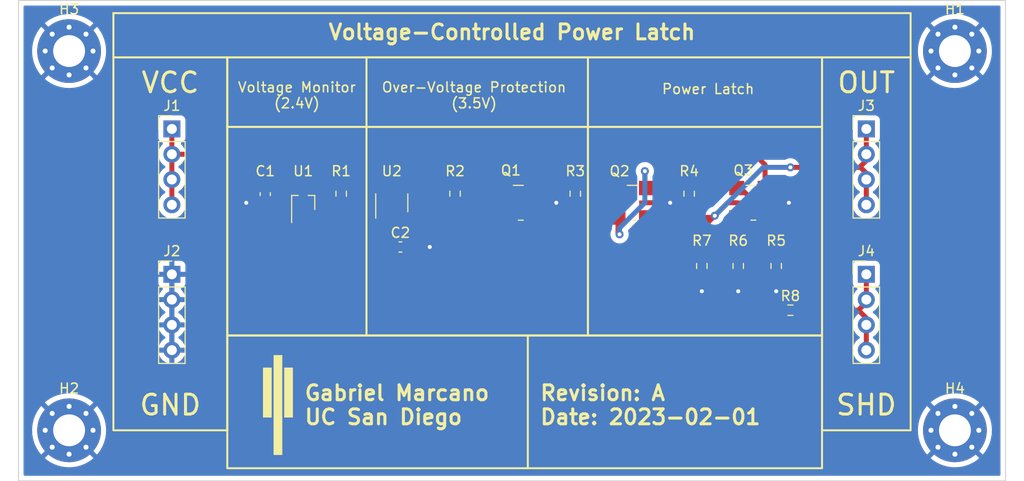
<source format=kicad_pcb>
(kicad_pcb (version 20211014) (generator pcbnew)
  (title_block (title "${TITLE}") (date "2023-02-01") (rev "A") (company "${COMPANY}") (comment 1 "${NAME}"))
  (layers (0 "F.Cu" signal) (31 "B.Cu" signal) (34 "B.Paste" user) (35 "F.Paste" user) (36 "B.SilkS" user "B.Silkscreen") (37 "F.SilkS" user "F.Silkscreen") (38 "B.Mask" user) (39 "F.Mask" user) (44 "Edge.Cuts" user))
  (property "COMPANY" "UC San Diego")
  (property "NAME" "Gabriel Marcano")
  (property "REVISION" "A")
  (property "TITLE" "Voltage-Controlled Power Latch")
  (net 0 "")
  (net 1 "VCC")
  (net 2 "GND")
  (net 3 "Net-(C2-Pad1)")
  (net 4 "Net-(Q1-Pad1)")
  (net 5 "Net-(Q1-Pad6)")
  (net 6 "Net-(Q2-Pad3)")
  (net 7 "OUT")
  (net 8 "Net-(Q3-Pad1)")
  (net 9 "Net-(Q3-Pad3)")
  (net 10 "SHD")
  (footprint "latch:SOT-457_Handsolder" (layer "F.Cu") (at 163.195 99.06)
    (fp_text reference "Q2" (at -1.27 -3.175 unlocked) (layer "F.SilkS"))
    (fp_text value "AO6604")
    (fp_line (start 0 1.75) (end 0.5 1.75) (layer "F.SilkS") (width 0.12))
    (fp_line (start -0.5 -1.75) (end 0.5 -1.75) (layer "F.SilkS") (width 0.12))
    (pad "1" smd rect (at -1.425 -1.475 270) (size 1.45 1.5) (layers "F.Cu" "F.Paste" "F.Mask") (net 3 "Net-(C2-Pad1)"))
    (pad "2" smd rect (at -1.425 0) (size 1.45 0.45) (layers "F.Cu" "F.Paste" "F.Mask") (net 1 "VCC"))
    (pad "3" smd rect (at -1.425 1.475 90) (size 1.45 1.5) (layers "F.Cu" "F.Paste" "F.Mask") (net 6 "Net-(Q2-Pad3)"))
    (pad "4" smd rect (at 1.425 1.475 90) (size 1.45 1.5) (layers "F.Cu" "F.Paste" "F.Mask") (net 7 "OUT"))
    (pad "5" smd rect (at 1.425 0) (size 1.45 0.45) (layers "F.Cu" "F.Paste" "F.Mask") (net 2 "GND"))
    (pad "6" smd rect (at 1.425 -1.475 90) (size 1.45 1.5) (layers "F.Cu" "F.Paste" "F.Mask") (net 6 "Net-(Q2-Pad3)"))
  )
  (footprint "Package_TO_SOT_SMD:SOT-323_SC-70_Handsoldering" (layer "F.Cu") (at 130.175 99.06 90)
    (fp_text reference "U1" (at 3.175 0 180) (layer "F.SilkS"))
    (fp_text value "TLV803EA24DCKR")
    (fp_line (start -0.675 1.16) (end 0.735 1.16) (layer "F.SilkS") (width 0.12))
    (fp_line (start 0.735 -1.16) (end -2 -1.16) (layer "F.SilkS") (width 0.12))
    (fp_line (start 0.735 0.5) (end 0.735 1.16) (layer "F.SilkS") (width 0.12))
    (fp_line (start 0.735 -1.17) (end 0.735 -0.5) (layer "F.SilkS") (width 0.12))
    (pad "1" smd rect (at -1.33 -0.65) (size 0.45 1.5) (layers "F.Cu" "F.Paste" "F.Mask") (net 2 "GND"))
    (pad "2" smd rect (at -1.33 0.65) (size 0.45 1.5) (layers "F.Cu" "F.Paste" "F.Mask") (net 3 "Net-(C2-Pad1)"))
    (pad "3" smd rect (at 1.33 0) (size 0.45 1.5) (layers "F.Cu" "F.Paste" "F.Mask") (net 1 "VCC"))
  )
  (footprint "Resistor_SMD:R_0603_1608Metric_Pad0.98x0.95mm_HandSolder" (layer "F.Cu") (at 168.91 98.1475 -90)
    (fp_text reference "R4" (at -2.2625 0) (layer "F.SilkS"))
    (fp_text value "1M")
    (fp_line (start -0.254724 0.5225) (end 0.254724 0.5225) (layer "F.SilkS") (width 0.12))
    (fp_line (start -0.254724 -0.5225) (end 0.254724 -0.5225) (layer "F.SilkS") (width 0.12))
    (pad "1" smd roundrect (at -0.9125 0 270) (size 0.975 0.95) (layers "F.Cu" "F.Paste" "F.Mask") (net 1 "VCC"))
    (pad "2" smd roundrect (at 0.9125 0 270) (size 0.975 0.95) (layers "F.Cu" "F.Paste" "F.Mask") (net 6 "Net-(Q2-Pad3)"))
  )
  (footprint "latch:SOT-457_Handsolder" (layer "F.Cu") (at 151.765 99.06)
    (fp_text reference "Q1" (at -0.75 -3.25 unlocked) (layer "F.SilkS"))
    (fp_text value "AO6604")
    (fp_line (start 0 1.75) (end 0.5 1.75) (layer "F.SilkS") (width 0.12))
    (fp_line (start -0.5 -1.75) (end 0.5 -1.75) (layer "F.SilkS") (width 0.12))
    (pad "1" smd rect (at -1.425 -1.475 270) (size 1.45 1.5) (layers "F.Cu" "F.Paste" "F.Mask") (net 4 "Net-(Q1-Pad1)"))
    (pad "2" smd rect (at -1.425 0) (size 1.45 0.45) (layers "F.Cu" "F.Paste" "F.Mask"))
    (pad "3" smd rect (at -1.425 1.475 90) (size 1.45 1.5) (layers "F.Cu" "F.Paste" "F.Mask"))
    (pad "4" smd rect (at 1.425 1.475 90) (size 1.45 1.5) (layers "F.Cu" "F.Paste" "F.Mask"))
    (pad "5" smd rect (at 1.425 0) (size 1.45 0.45) (layers "F.Cu" "F.Paste" "F.Mask") (net 2 "GND"))
    (pad "6" smd rect (at 1.425 -1.475 90) (size 1.45 1.5) (layers "F.Cu" "F.Paste" "F.Mask") (net 5 "Net-(Q1-Pad6)"))
  )
  (footprint "Resistor_SMD:R_0603_1608Metric_Pad0.98x0.95mm_HandSolder" (layer "F.Cu") (at 177.645 105.41 -90)
    (fp_text reference "R5" (at -2.54 0 180) (layer "F.SilkS"))
    (fp_text value "1M")
    (fp_line (start -0.254724 0.5225) (end 0.254724 0.5225) (layer "F.SilkS") (width 0.12))
    (fp_line (start -0.254724 -0.5225) (end 0.254724 -0.5225) (layer "F.SilkS") (width 0.12))
    (pad "1" smd roundrect (at -0.9125 0 270) (size 0.975 0.95) (layers "F.Cu" "F.Paste" "F.Mask") (net 8 "Net-(Q3-Pad1)"))
    (pad "2" smd roundrect (at 0.9125 0 270) (size 0.975 0.95) (layers "F.Cu" "F.Paste" "F.Mask") (net 2 "GND"))
  )
  (footprint "MountingHole:MountingHole_3.2mm_M3_Pad_Via" (layer "F.Cu") (at 195.58 121.92)
    (fp_text reference "H4" (at 0 -4.2) (layer "F.SilkS"))
    (fp_text value "MountingHole_Pad")
    (pad "1" thru_hole circle (at -1.697056 -1.697056) (size 0.8 0.8) (drill 0.5) (layers *.Cu *.Mask) (net 2 "GND"))
    (pad "1" thru_hole circle (at -1.697056 1.697056) (size 0.8 0.8) (drill 0.5) (layers *.Cu *.Mask) (net 2 "GND"))
    (pad "1" thru_hole circle (at 2.4 0) (size 0.8 0.8) (drill 0.5) (layers *.Cu *.Mask) (net 2 "GND"))
    (pad "1" thru_hole circle (at -2.4 0) (size 0.8 0.8) (drill 0.5) (layers *.Cu *.Mask) (net 2 "GND"))
    (pad "1" thru_hole circle (at 0 -2.4) (size 0.8 0.8) (drill 0.5) (layers *.Cu *.Mask) (net 2 "GND"))
    (pad "1" thru_hole circle (at 1.697056 -1.697056) (size 0.8 0.8) (drill 0.5) (layers *.Cu *.Mask) (net 2 "GND"))
    (pad "1" thru_hole circle (at 0 2.4) (size 0.8 0.8) (drill 0.5) (layers *.Cu *.Mask) (net 2 "GND"))
    (pad "1" thru_hole circle (at 1.697056 1.697056) (size 0.8 0.8) (drill 0.5) (layers *.Cu *.Mask) (net 2 "GND"))
    (pad "1" thru_hole circle (at 0 0) (size 6.4 6.4) (drill 3.2) (layers *.Cu *.Mask) (net 2 "GND"))
  )
  (footprint "Connector_PinHeader_2.54mm:PinHeader_1x04_P2.54mm_Vertical" (layer "F.Cu") (at 116.995 91.645)
    (fp_text reference "J1" (at 0 -2.33) (layer "F.SilkS"))
    (fp_text value "Conn_01x04")
    (fp_line (start -1.33 0) (end -1.33 -1.33) (layer "F.SilkS") (width 0.12))
    (fp_line (start -1.33 -1.33) (end 0 -1.33) (layer "F.SilkS") (width 0.12))
    (fp_line (start -1.33 8.95) (end 1.33 8.95) (layer "F.SilkS") (width 0.12))
    (fp_line (start 1.33 1.27) (end 1.33 8.95) (layer "F.SilkS") (width 0.12))
    (fp_line (start -1.33 1.27) (end -1.33 8.95) (layer "F.SilkS") (width 0.12))
    (fp_line (start -1.33 1.27) (end 1.33 1.27) (layer "F.SilkS") (width 0.12))
    (pad "1" thru_hole rect (at 0 0) (size 1.7 1.7) (drill 1) (layers *.Cu *.Mask) (net 1 "VCC"))
    (pad "2" thru_hole oval (at 0 2.54) (size 1.7 1.7) (drill 1) (layers *.Cu *.Mask) (net 1 "VCC"))
    (pad "3" thru_hole oval (at 0 5.08) (size 1.7 1.7) (drill 1) (layers *.Cu *.Mask) (net 1 "VCC"))
    (pad "4" thru_hole oval (at 0 7.62) (size 1.7 1.7) (drill 1) (layers *.Cu *.Mask) (net 1 "VCC"))
  )
  (footprint "Resistor_SMD:R_0603_1608Metric_Pad0.98x0.95mm_HandSolder" (layer "F.Cu") (at 133.985 98.1475 90)
    (fp_text reference "R1" (at 2.2625 0) (layer "F.SilkS"))
    (fp_text value "1M")
    (fp_line (start -0.254724 -0.5225) (end 0.254724 -0.5225) (layer "F.SilkS") (width 0.12))
    (fp_line (start -0.254724 0.5225) (end 0.254724 0.5225) (layer "F.SilkS") (width 0.12))
    (pad "1" smd roundrect (at -0.9125 0 90) (size 0.975 0.95) (layers "F.Cu" "F.Paste" "F.Mask") (net 3 "Net-(C2-Pad1)"))
    (pad "2" smd roundrect (at 0.9125 0 90) (size 0.975 0.95) (layers "F.Cu" "F.Paste" "F.Mask") (net 1 "VCC"))
  )
  (footprint "Capacitor_SMD:C_0603_1608Metric_Pad1.08x0.95mm_HandSolder" (layer "F.Cu") (at 139.9275 103.505)
    (fp_text reference "C2" (at 0 -1.43) (layer "F.SilkS"))
    (fp_text value "100n")
    (fp_line (start -0.146267 -0.51) (end 0.146267 -0.51) (layer "F.SilkS") (width 0.12))
    (fp_line (start -0.146267 0.51) (end 0.146267 0.51) (layer "F.SilkS") (width 0.12))
    (pad "1" smd roundrect (at -0.8625 0) (size 1.075 0.95) (layers "F.Cu" "F.Paste" "F.Mask") (net 3 "Net-(C2-Pad1)"))
    (pad "2" smd roundrect (at 0.8625 0) (size 1.075 0.95) (layers "F.Cu" "F.Paste" "F.Mask") (net 2 "GND"))
  )
  (footprint "Capacitor_SMD:C_0603_1608Metric_Pad1.08x0.95mm_HandSolder" (layer "F.Cu") (at 126.365 98.1975 -90)
    (fp_text reference "C1" (at -2.3125 0 180) (layer "F.SilkS"))
    (fp_text value "100n")
    (fp_line (start -0.146267 -0.51) (end 0.146267 -0.51) (layer "F.SilkS") (width 0.12))
    (fp_line (start -0.146267 0.51) (end 0.146267 0.51) (layer "F.SilkS") (width 0.12))
    (pad "1" smd roundrect (at -0.8625 0 270) (size 1.075 0.95) (layers "F.Cu" "F.Paste" "F.Mask") (net 1 "VCC"))
    (pad "2" smd roundrect (at 0.8625 0 270) (size 1.075 0.95) (layers "F.Cu" "F.Paste" "F.Mask") (net 2 "GND"))
  )
  (footprint "Package_TO_SOT_SMD:SOT-23-5_HandSoldering" (layer "F.Cu") (at 139.065 99.06 90)
    (fp_text reference "U2" (at 3.175 0) (layer "F.SilkS"))
    (fp_text value "TLV840NADL35DBVR")
    (fp_line (start 0.9 -1.61) (end -1.55 -1.61) (layer "F.SilkS") (width 0.12))
    (fp_line (start -0.9 1.61) (end 0.9 1.61) (layer "F.SilkS") (width 0.12))
    (pad "1" smd rect (at -1.35 -0.95 90) (size 1.56 0.65) (layers "F.Cu" "F.Paste" "F.Mask") (net 4 "Net-(Q1-Pad1)"))
    (pad "2" smd rect (at -1.35 0 90) (size 1.56 0.65) (layers "F.Cu" "F.Paste" "F.Mask") (net 3 "Net-(C2-Pad1)"))
    (pad "3" smd rect (at -1.35 0.95 90) (size 1.56 0.65) (layers "F.Cu" "F.Paste" "F.Mask") (net 2 "GND"))
    (pad "4" smd rect (at 1.35 0.95 90) (size 1.56 0.65) (layers "F.Cu" "F.Paste" "F.Mask"))
    (pad "5" smd rect (at 1.35 -0.95 90) (size 1.56 0.65) (layers "F.Cu" "F.Paste" "F.Mask"))
  )
  (footprint "Resistor_SMD:R_0603_1608Metric_Pad0.98x0.95mm_HandSolder" (layer "F.Cu") (at 145.415 98.1475 -90)
    (fp_text reference "R2" (at -2.2625 0 180) (layer "F.SilkS"))
    (fp_text value "1M")
    (fp_line (start -0.254724 -0.5225) (end 0.254724 -0.5225) (layer "F.SilkS") (width 0.12))
    (fp_line (start -0.254724 0.5225) (end 0.254724 0.5225) (layer "F.SilkS") (width 0.12))
    (pad "1" smd roundrect (at -0.9125 0 270) (size 0.975 0.95) (layers "F.Cu" "F.Paste" "F.Mask") (net 1 "VCC"))
    (pad "2" smd roundrect (at 0.9125 0 270) (size 0.975 0.95) (layers "F.Cu" "F.Paste" "F.Mask") (net 4 "Net-(Q1-Pad1)"))
  )
  (footprint "latch:SOT-457_Handsolder" (layer "F.Cu") (at 175.105 99.06)
    (fp_text reference "Q3" (at -0.75 -3.25 unlocked) (layer "F.SilkS"))
    (fp_text value "AO6604")
    (fp_line (start 0 1.75) (end 0.5 1.75) (layer "F.SilkS") (width 0.12))
    (fp_line (start -0.5 -1.75) (end 0.5 -1.75) (layer "F.SilkS") (width 0.12))
    (pad "1" smd rect (at -1.425 -1.475 270) (size 1.45 1.5) (layers "F.Cu" "F.Paste" "F.Mask") (net 8 "Net-(Q3-Pad1)"))
    (pad "2" smd rect (at -1.425 0) (size 1.45 0.45) (layers "F.Cu" "F.Paste" "F.Mask") (net 7 "OUT"))
    (pad "3" smd rect (at -1.425 1.475 90) (size 1.45 1.5) (layers "F.Cu" "F.Paste" "F.Mask") (net 9 "Net-(Q3-Pad3)"))
    (pad "4" smd rect (at 1.425 1.475 90) (size 1.45 1.5) (layers "F.Cu" "F.Paste" "F.Mask") (net 8 "Net-(Q3-Pad1)"))
    (pad "5" smd rect (at 1.425 0) (size 1.45 0.45) (layers "F.Cu" "F.Paste" "F.Mask") (net 2 "GND"))
    (pad "6" smd rect (at 1.425 -1.475 90) (size 1.45 1.5) (layers "F.Cu" "F.Paste" "F.Mask") (net 6 "Net-(Q2-Pad3)"))
  )
  (footprint "Connector_PinHeader_2.54mm:PinHeader_1x04_P2.54mm_Vertical" (layer "F.Cu") (at 186.69 91.645)
    (fp_text reference "J3" (at 0 -2.33) (layer "F.SilkS"))
    (fp_text value "Conn_01x04")
    (fp_line (start -1.33 -1.33) (end 0 -1.33) (layer "F.SilkS") (width 0.12))
    (fp_line (start -1.33 0) (end -1.33 -1.33) (layer "F.SilkS") (width 0.12))
    (fp_line (start 1.33 1.27) (end 1.33 8.95) (layer "F.SilkS") (width 0.12))
    (fp_line (start -1.33 1.27) (end 1.33 1.27) (layer "F.SilkS") (width 0.12))
    (fp_line (start -1.33 8.95) (end 1.33 8.95) (layer "F.SilkS") (width 0.12))
    (fp_line (start -1.33 1.27) (end -1.33 8.95) (layer "F.SilkS") (width 0.12))
    (pad "1" thru_hole rect (at 0 0) (size 1.7 1.7) (drill 1) (layers *.Cu *.Mask) (net 7 "OUT"))
    (pad "2" thru_hole oval (at 0 2.54) (size 1.7 1.7) (drill 1) (layers *.Cu *.Mask) (net 7 "OUT"))
    (pad "3" thru_hole oval (at 0 5.08) (size 1.7 1.7) (drill 1) (layers *.Cu *.Mask) (net 7 "OUT"))
    (pad "4" thru_hole oval (at 0 7.62) (size 1.7 1.7) (drill 1) (layers *.Cu *.Mask) (net 7 "OUT"))
  )
  (footprint "Resistor_SMD:R_0603_1608Metric_Pad0.98x0.95mm_HandSolder" (layer "F.Cu") (at 170.18 105.41 -90)
    (fp_text reference "R7" (at -2.54 0 180) (layer "F.SilkS"))
    (fp_text value "1M")
    (fp_line (start -0.254724 0.5225) (end 0.254724 0.5225) (layer "F.SilkS") (width 0.12))
    (fp_line (start -0.254724 -0.5225) (end 0.254724 -0.5225) (layer "F.SilkS") (width 0.12))
    (pad "1" smd roundrect (at -0.9125 0 270) (size 0.975 0.95) (layers "F.Cu" "F.Paste" "F.Mask") (net 7 "OUT"))
    (pad "2" smd roundrect (at 0.9125 0 270) (size 0.975 0.95) (layers "F.Cu" "F.Paste" "F.Mask") (net 2 "GND"))
  )
  (footprint "MountingHole:MountingHole_3.2mm_M3_Pad_Via" (layer "F.Cu") (at 106.68 121.92)
    (fp_text reference "H2" (at 0 -4.2) (layer "F.SilkS"))
    (fp_text value "MountingHole_Pad")
    (pad "1" thru_hole circle (at 0 -2.4) (size 0.8 0.8) (drill 0.5) (layers *.Cu *.Mask) (net 2 "GND"))
    (pad "1" thru_hole circle (at 2.4 0) (size 0.8 0.8) (drill 0.5) (layers *.Cu *.Mask) (net 2 "GND"))
    (pad "1" thru_hole circle (at -2.4 0) (size 0.8 0.8) (drill 0.5) (layers *.Cu *.Mask) (net 2 "GND"))
    (pad "1" thru_hole circle (at 0 0) (size 6.4 6.4) (drill 3.2) (layers *.Cu *.Mask) (net 2 "GND"))
    (pad "1" thru_hole circle (at 1.697056 -1.697056) (size 0.8 0.8) (drill 0.5) (layers *.Cu *.Mask) (net 2 "GND"))
    (pad "1" thru_hole circle (at -1.697056 1.697056) (size 0.8 0.8) (drill 0.5) (layers *.Cu *.Mask) (net 2 "GND"))
    (pad "1" thru_hole circle (at -1.697056 -1.697056) (size 0.8 0.8) (drill 0.5) (layers *.Cu *.Mask) (net 2 "GND"))
    (pad "1" thru_hole circle (at 0 2.4) (size 0.8 0.8) (drill 0.5) (layers *.Cu *.Mask) (net 2 "GND"))
    (pad "1" thru_hole circle (at 1.697056 1.697056) (size 0.8 0.8) (drill 0.5) (layers *.Cu *.Mask) (net 2 "GND"))
  )
  (footprint "Resistor_SMD:R_0603_1608Metric_Pad0.98x0.95mm_HandSolder" (layer "F.Cu") (at 157.48 98.1475 -90)
    (fp_text reference "R3" (at -2.2625 0 180) (layer "F.SilkS"))
    (fp_text value "1K")
    (fp_line (start -0.254724 -0.5225) (end 0.254724 -0.5225) (layer "F.SilkS") (width 0.12))
    (fp_line (start -0.254724 0.5225) (end 0.254724 0.5225) (layer "F.SilkS") (width 0.12))
    (pad "1" smd roundrect (at -0.9125 0 270) (size 0.975 0.95) (layers "F.Cu" "F.Paste" "F.Mask") (net 1 "VCC"))
    (pad "2" smd roundrect (at 0.9125 0 270) (size 0.975 0.95) (layers "F.Cu" "F.Paste" "F.Mask") (net 5 "Net-(Q1-Pad6)"))
  )
  (footprint "MountingHole:MountingHole_3.2mm_M3_Pad_Via" (layer "F.Cu") (at 106.68 83.82)
    (fp_text reference "H3" (at 0 -4.2) (layer "F.SilkS"))
    (fp_text value "MountingHole_Pad")
    (pad "1" thru_hole circle (at -2.4 0) (size 0.8 0.8) (drill 0.5) (layers *.Cu *.Mask) (net 2 "GND"))
    (pad "1" thru_hole circle (at 1.697056 1.697056) (size 0.8 0.8) (drill 0.5) (layers *.Cu *.Mask) (net 2 "GND"))
    (pad "1" thru_hole circle (at 1.697056 -1.697056) (size 0.8 0.8) (drill 0.5) (layers *.Cu *.Mask) (net 2 "GND"))
    (pad "1" thru_hole circle (at 2.4 0) (size 0.8 0.8) (drill 0.5) (layers *.Cu *.Mask) (net 2 "GND"))
    (pad "1" thru_hole circle (at -1.697056 -1.697056) (size 0.8 0.8) (drill 0.5) (layers *.Cu *.Mask) (net 2 "GND"))
    (pad "1" thru_hole circle (at 0 -2.4) (size 0.8 0.8) (drill 0.5) (layers *.Cu *.Mask) (net 2 "GND"))
    (pad "1" thru_hole circle (at 0 0) (size 6.4 6.4) (drill 3.2) (layers *.Cu *.Mask) (net 2 "GND"))
    (pad "1" thru_hole circle (at -1.697056 1.697056) (size 0.8 0.8) (drill 0.5) (layers *.Cu *.Mask) (net 2 "GND"))
    (pad "1" thru_hole circle (at 0 2.4) (size 0.8 0.8) (drill 0.5) (layers *.Cu *.Mask) (net 2 "GND"))
  )
  (footprint "Resistor_SMD:R_0603_1608Metric_Pad0.98x0.95mm_HandSolder" (layer "F.Cu") (at 173.835 105.41 -90)
    (fp_text reference "R6" (at -2.54 0 180) (layer "F.SilkS"))
    (fp_text value "?")
    (fp_line (start -0.254724 -0.5225) (end 0.254724 -0.5225) (layer "F.SilkS") (width 0.12))
    (fp_line (start -0.254724 0.5225) (end 0.254724 0.5225) (layer "F.SilkS") (width 0.12))
    (pad "1" smd roundrect (at -0.9125 0 270) (size 0.975 0.95) (layers "F.Cu" "F.Paste" "F.Mask") (net 9 "Net-(Q3-Pad3)"))
    (pad "2" smd roundrect (at 0.9125 0 270) (size 0.975 0.95) (layers "F.Cu" "F.Paste" "F.Mask") (net 2 "GND"))
  )
  (footprint "latch:smaller_logo" (layer "F.Cu") (at 127.635 119.38)
    (fp_text reference "G1" hide)
    (fp_text value "LOGO" hide)
    (fp_poly (pts (xy 0.441564 5.01778) (xy -0.431529 5.01778) (xy -0.431529 -5.017779) (xy 0.441564 -5.017779)) (layer "F.SilkS") (width 0) (fill solid))
    (fp_poly (pts (xy -0.622205 1.254445) (xy -1.495298 1.254445) (xy -1.495298 -3.763335) (xy -0.622205 -3.763335)) (layer "F.SilkS") (width 0) (fill solid))
    (fp_poly (pts (xy 1.505334 1.254445) (xy 0.63224 1.254445) (xy 0.63224 -3.763335) (xy 1.505334 -3.763335)) (layer "F.SilkS") (width 0) (fill solid))
  )
  (footprint "Connector_PinHeader_2.54mm:PinHeader_1x04_P2.54mm_Vertical" (layer "F.Cu") (at 186.69 106.25)
    (fp_text reference "J4" (at 0 -2.33) (layer "F.SilkS"))
    (fp_text value "Conn_01x04")
    (fp_line (start 1.33 1.27) (end 1.33 8.95) (layer "F.SilkS") (width 0.12))
    (fp_line (start -1.33 0) (end -1.33 -1.33) (layer "F.SilkS") (width 0.12))
    (fp_line (start -1.33 -1.33) (end 0 -1.33) (layer "F.SilkS") (width 0.12))
    (fp_line (start -1.33 1.27) (end -1.33 8.95) (layer "F.SilkS") (width 0.12))
    (fp_line (start -1.33 8.95) (end 1.33 8.95) (layer "F.SilkS") (width 0.12))
    (fp_line (start -1.33 1.27) (end 1.33 1.27) (layer "F.SilkS") (width 0.12))
    (pad "1" thru_hole rect (at 0 0) (size 1.7 1.7) (drill 1) (layers *.Cu *.Mask) (net 10 "SHD"))
    (pad "2" thru_hole oval (at 0 2.54) (size 1.7 1.7) (drill 1) (layers *.Cu *.Mask) (net 10 "SHD"))
    (pad "3" thru_hole oval (at 0 5.08) (size 1.7 1.7) (drill 1) (layers *.Cu *.Mask) (net 10 "SHD"))
    (pad "4" thru_hole oval (at 0 7.62) (size 1.7 1.7) (drill 1) (layers *.Cu *.Mask) (net 10 "SHD"))
  )
  (footprint "MountingHole:MountingHole_3.2mm_M3_Pad_Via" (layer "F.Cu") (at 195.58 83.82)
    (fp_text reference "H1" (at 0 -4.2) (layer "F.SilkS"))
    (fp_text value "MountingHole_Pad")
    (pad "1" thru_hole circle (at -1.697056 -1.697056) (size 0.8 0.8) (drill 0.5) (layers *.Cu *.Mask) (net 2 "GND"))
    (pad "1" thru_hole circle (at 1.697056 -1.697056) (size 0.8 0.8) (drill 0.5) (layers *.Cu *.Mask) (net 2 "GND"))
    (pad "1" thru_hole circle (at 1.697056 1.697056) (size 0.8 0.8) (drill 0.5) (layers *.Cu *.Mask) (net 2 "GND"))
    (pad "1" thru_hole circle (at -2.4 0) (size 0.8 0.8) (drill 0.5) (layers *.Cu *.Mask) (net 2 "GND"))
    (pad "1" thru_hole circle (at -1.697056 1.697056) (size 0.8 0.8) (drill 0.5) (layers *.Cu *.Mask) (net 2 "GND"))
    (pad "1" thru_hole circle (at 0 2.4) (size 0.8 0.8) (drill 0.5) (layers *.Cu *.Mask) (net 2 "GND"))
    (pad "1" thru_hole circle (at 0 -2.4) (size 0.8 0.8) (drill 0.5) (layers *.Cu *.Mask) (net 2 "GND"))
    (pad "1" thru_hole circle (at 0 0) (size 6.4 6.4) (drill 3.2) (layers *.Cu *.Mask) (net 2 "GND"))
    (pad "1" thru_hole circle (at 2.4 0) (size 0.8 0.8) (drill 0.5) (layers *.Cu *.Mask) (net 2 "GND"))
  )
  (footprint "Resistor_SMD:R_0603_1608Metric_Pad0.98x0.95mm_HandSolder" (layer "F.Cu") (at 179.07 109.855)
    (fp_text reference "R8" (at 0 -1.43) (layer "F.SilkS"))
    (fp_text value "1K")
    (fp_line (start -0.254724 0.5225) (end 0.254724 0.5225) (layer "F.SilkS") (width 0.12))
    (fp_line (start -0.254724 -0.5225) (end 0.254724 -0.5225) (layer "F.SilkS") (width 0.12))
    (pad "1" smd roundrect (at -0.9125 0) (size 0.975 0.95) (layers "F.Cu" "F.Paste" "F.Mask") (net 9 "Net-(Q3-Pad3)"))
    (pad "2" smd roundrect (at 0.9125 0) (size 0.975 0.95) (layers "F.Cu" "F.Paste" "F.Mask") (net 10 "SHD"))
  )
  (footprint "Connector_PinHeader_2.54mm:PinHeader_1x04_P2.54mm_Vertical" (layer "F.Cu") (at 116.995 106.25)
    (fp_text reference "J2" (at 0 -2.33) (layer "F.SilkS"))
    (fp_text value "Conn_01x04")
    (fp_line (start 1.33 1.27) (end 1.33 8.95) (layer "F.SilkS") (width 0.12))
    (fp_line (start -1.33 -1.33) (end 0 -1.33) (layer "F.SilkS") (width 0.12))
    (fp_line (start -1.33 1.27) (end -1.33 8.95) (layer "F.SilkS") (width 0.12))
    (fp_line (start -1.33 8.95) (end 1.33 8.95) (layer "F.SilkS") (width 0.12))
    (fp_line (start -1.33 0) (end -1.33 -1.33) (layer "F.SilkS") (width 0.12))
    (fp_line (start -1.33 1.27) (end 1.33 1.27) (layer "F.SilkS") (width 0.12))
    (pad "1" thru_hole rect (at 0 0) (size 1.7 1.7) (drill 1) (layers *.Cu *.Mask) (net 2 "GND"))
    (pad "2" thru_hole oval (at 0 2.54) (size 1.7 1.7) (drill 1) (layers *.Cu *.Mask) (net 2 "GND"))
    (pad "3" thru_hole oval (at 0 5.08) (size 1.7 1.7) (drill 1) (layers *.Cu *.Mask) (net 2 "GND"))
    (pad "4" thru_hole oval (at 0 7.62) (size 1.7 1.7) (drill 1) (layers *.Cu *.Mask) (net 2 "GND"))
  )
  (gr_rect (start 122.555 112.395) (end 182.245 125.73) (layer "F.SilkS") (width 0.2) (fill none))
  (gr_rect (start 182.245 91.44) (end 122.555 84.455) (layer "F.SilkS") (width 0.2) (fill none))
  (gr_rect (start 122.555 91.44) (end 136.525 112.395) (layer "F.SilkS") (width 0.2) (fill none))
  (gr_rect (start 182.245 121.92) (end 191.135 84.455) (layer "F.SilkS") (width 0.2) (fill none))
  (gr_rect (start 111.125 84.455) (end 122.555 121.92) (layer "F.SilkS") (width 0.2) (fill none))
  (gr_rect (start 136.525 91.44) (end 158.75 112.395) (layer "F.SilkS") (width 0.2) (fill none))
  (gr_rect (start 111.125 84.455) (end 191.135 80.01) (layer "F.SilkS") (width 0.2) (fill none))
  (gr_line (start 152.7175 125.73) (end 152.7175 112.395) (layer "F.SilkS") (width 0.2))
  (gr_rect (start 136.525 91.44) (end 158.75 84.455) (layer "F.SilkS") (width 0.2) (fill none))
  (gr_rect (start 158.75 91.44) (end 182.245 112.395) (layer "F.SilkS") (width 0.2) (fill none))
  (gr_rect (start 101.6 78.74) (end 200.66 127) (layer "Edge.Cuts") (width 0.1) (fill none))
  (gr_text "GND" (at 116.84 119.38) (layer "F.SilkS") (effects (font (size 2 2) (thickness 0.3))))
  (gr_text "${TITLE}" (at 151.13 81.915) (layer "F.SilkS") (effects (font (size 1.5 1.5) (thickness 0.3))))
  (gr_text "Voltage Monitor\n(2.4V)" (at 129.54 88.265) (layer "F.SilkS") (effects (font (size 1 1))))
  (gr_text "SHD" (at 186.69 119.38) (layer "F.SilkS") (effects (font (size 2 2) (thickness 0.3))))
  (gr_text "OUT" (at 186.69 86.995) (layer "F.SilkS") (effects (font (size 2 2) (thickness 0.3))))
  (gr_text "Gabriel Marcano	Revision: ${REVISION}\nUC San Diego   	Date: 2023-02-01\n" (at 130.175 119.38) (layer "F.SilkS") (effects (font (size 1.5 1.5) (thickness 0.3)) (justify left)))
  (gr_text "Over-Voltage Protection\n(3.5V)" (at 147.32 88.265) (layer "F.SilkS") (effects (font (size 1 1))))
  (gr_text "Power Latch" (at 170.815 87.63) (layer "F.SilkS") (effects (font (size 1 1))))
  (gr_text "VCC" (at 116.84 86.995) (layer "F.SilkS") (effects (font (size 2 2) (thickness 0.3))))
  (segment (start 157 94.185) (end 165.305 94.185) (width 0.5) (layer "F.Cu") (net 1))
  (segment (start 153.825 94.185) (end 153.875 94.185) (width 0.5) (layer "F.Cu") (net 1))
  (segment (start 124.03 94.185) (end 153.825 94.185) (width 0.5) (layer "F.Cu") (net 1))
  (segment (start 116.995 91.645) (end 116.995 99.265) (width 0.5) (layer "F.Cu") (net 1))
  (segment (start 163.195 95.25) (end 163.195 98.535) (width 0.5) (layer "F.Cu") (net 1))
  (segment (start 126.365 97.335) (end 126.365 96.93) (width 0.5) (layer "F.Cu") (net 1))
  (segment (start 142.445 94.185) (end 145.415 97.155) (width 0.5) (layer "F.Cu") (net 1))
  (segment (start 165.305 94.185) (end 168.355 97.235) (width 0.5) (layer "F.Cu") (net 1))
  (segment (start 133.985 97.155) (end 131.445 94.615) (width 0.5) (layer "F.Cu") (net 1))
  (segment (start 162.67 99.06) (end 161.77 99.06) (width 0.5) (layer "F.Cu") (net 1))
  (segment (start 126.365 96.93) (end 123.62 94.185) (width 0.5) (layer "F.Cu") (net 1))
  (segment (start 157 94.185) (end 162.13 94.185) (width 0.5) (layer "F.Cu") (net 1))
  (segment (start 168.355 97.235) (end 168.91 97.235) (width 0.5) (layer "F.Cu") (net 1))
  (segment (start 126.365 97.335) (end 129.78 97.335) (width 0.5) (layer "F.Cu") (net 1))
  (segment (start 129.78 97.335) (end 130.175 97.73) (width 0.5) (layer "F.Cu") (net 1))
  (segment (start 162.13 94.185) (end 163.195 95.25) (width 0.5) (layer "F.Cu") (net 1))
  (segment (start 153.825 94.185) (end 157 94.185) (width 0.5) (layer "F.Cu") (net 1))
  (segment (start 163.195 98.535) (end 162.67 99.06) (width 0.5) (layer "F.Cu") (net 1))
  (segment (start 131.445 94.615) (end 131.395 94.615) (width 0.5) (layer "F.Cu") (net 1))
  (segment (start 153.875 94.185) (end 156.925 97.235) (width 0.5) (layer "F.Cu") (net 1))
  (segment (start 156.925 97.235) (end 157.48 97.235) (width 0.5) (layer "F.Cu") (net 1))
  (segment (start 130.965 94.185) (end 142.445 94.185) (width 0.5) (layer "F.Cu") (net 1))
  (segment (start 116.995 94.185) (end 124.03 94.185) (width 0.5) (layer "F.Cu") (net 1))
  (segment (start 123.62 94.185) (end 124.03 94.185) (width 0.5) (layer "F.Cu") (net 1))
  (segment (start 131.395 94.615) (end 130.965 94.185) (width 0.5) (layer "F.Cu") (net 1))
  (segment (start 116.995 106.25) (end 116.995 113.87) (width 0.5) (layer "F.Cu") (net 2))
  (segment (start 126.365 99.06) (end 127.695 100.39) (width 0.5) (layer "F.Cu") (net 2))
  (segment (start 164.62 99.06) (end 167.005 99.06) (width 0.5) (layer "F.Cu") (net 2))
  (segment (start 177.645 106.3225) (end 177.645 107.95) (width 0.5) (layer "F.Cu") (net 2))
  (segment (start 170.18 106.3225) (end 170.18 107.95) (width 0.5) (layer "F.Cu") (net 2))
  (segment (start 140.015 102.73) (end 140.79 103.505) (width 0.5) (layer "F.Cu") (net 2))
  (segment (start 140.79 103.505) (end 142.875 103.505) (width 0.5) (layer "F.Cu") (net 2))
  (segment (start 155.575 99.06) (end 153.19 99.06) (width 0.5) (layer "F.Cu") (net 2))
  (segment (start 140.015 100.41) (end 140.015 102.73) (width 0.5) (layer "F.Cu") (net 2))
  (segment (start 173.835 106.3225) (end 173.835 107.95) (width 0.5) (layer "F.Cu") (net 2))
  (segment (start 124.46 99.06) (end 126.365 99.06) (width 0.5) (layer "F.Cu") (net 2))
  (segment (start 127.695 100.39) (end 129.525 100.39) (width 0.5) (layer "F.Cu") (net 2))
  (segment (start 176.53 99.06) (end 178.915 99.06) (width 0.5) (layer "F.Cu") (net 2))
  (via (at 173.835 107.95) (size 0.8) (drill 0.4) (layers "F.Cu" "B.Cu") (net 2))
  (via (at 170.18 107.95) (size 0.8) (drill 0.4) (layers "F.Cu" "B.Cu") (net 2))
  (via (at 124.46 99.06) (size 0.8) (drill 0.4) (layers "F.Cu" "B.Cu") (net 2))
  (via (at 167.005 99.06) (size 0.8) (drill 0.4) (layers "F.Cu" "B.Cu") (net 2))
  (via (at 178.915 99.06) (size 0.8) (drill 0.4) (layers "F.Cu" "B.Cu") (net 2))
  (via (at 177.645 107.95) (size 0.8) (drill 0.4) (layers "F.Cu" "B.Cu") (net 2))
  (via (at 142.875 103.505) (size 0.8) (drill 0.4) (layers "F.Cu" "B.Cu") (net 2))
  (via (at 155.575 99.06) (size 0.8) (drill 0.4) (layers "F.Cu" "B.Cu") (net 2))
  (segment (start 130.825 102.22) (end 130.825 103.52) (width 0.5) (layer "F.Cu") (net 3))
  (segment (start 159.385 104.14) (end 159.385 98.425) (width 0.5) (layer "F.Cu") (net 3))
  (segment (start 160.225 97.585) (end 161.77 97.585) (width 0.5) (layer "F.Cu") (net 3))
  (segment (start 137.16 105.41) (end 158.115 105.41) (width 0.5) (layer "F.Cu") (net 3))
  (segment (start 139.065 103.505) (end 139.065 100.41) (width 0.5) (layer "F.Cu") (net 3))
  (segment (start 130.825 100.39) (end 130.825 102.22) (width 0.5) (layer "F.Cu") (net 3))
  (segment (start 133.985 99.06) (end 130.825 102.22) (width 0.5) (layer "F.Cu") (net 3))
  (segment (start 158.115 105.41) (end 159.385 104.14) (width 0.5) (layer "F.Cu") (net 3))
  (segment (start 132.715 105.41) (end 137.16 105.41) (width 0.5) (layer "F.Cu") (net 3))
  (segment (start 139.065 103.505) (end 137.16 105.41) (width 0.5) (layer "F.Cu") (net 3))
  (segment (start 159.385 98.425) (end 160.225 97.585) (width 0.5) (layer "F.Cu") (net 3))
  (segment (start 130.825 103.52) (end 132.715 105.41) (width 0.5) (layer "F.Cu") (net 3))
  (segment (start 138.41 99.06) (end 145.415 99.06) (width 0.5) (layer "F.Cu") (net 4))
  (segment (start 145.415 99.06) (end 146.89 97.585) (width 0.5) (layer "F.Cu") (net 4))
  (segment (start 138.115 99.355) (end 138.41 99.06) (width 0.5) (layer "F.Cu") (net 4))
  (segment (start 138.115 100.41) (end 138.115 99.355) (width 0.5) (layer "F.Cu") (net 4))
  (segment (start 146.89 97.585) (end 150.34 97.585) (width 0.5) (layer "F.Cu") (net 4))
  (segment (start 157.48 99.06) (end 156.005 97.585) (width 0.5) (layer "F.Cu") (net 5))
  (segment (start 156.005 97.585) (end 153.19 97.585) (width 0.5) (layer "F.Cu") (net 5))
  (segment (start 161.77 100.535) (end 161.77 102.08) (width 0.5) (layer "F.Cu") (net 6))
  (segment (start 168.91 99.06) (end 170.18 99.06) (width 0.5) (layer "F.Cu") (net 6))
  (segment (start 172.085 97.155) (end 172.085 95.25) (width 0.5) (layer "F.Cu") (net 6))
  (segment (start 170.18 99.06) (end 172.085 97.155) (width 0.5) (layer "F.Cu") (net 6))
  (segment (start 164.62 97.585) (end 167.435 97.585) (width 0.5) (layer "F.Cu") (net 6))
  (segment (start 172.72 94.615) (end 175.895 94.615) (width 0.5) (layer "F.Cu") (net 6))
  (segment (start 176.53 95.25) (end 176.53 97.585) (width 0.5) (layer "F.Cu") (net 6))
  (segment (start 167.435 97.585) (end 168.91 99.06) (width 0.5) (layer "F.Cu") (net 6))
  (segment (start 175.895 94.615) (end 176.53 95.25) (width 0.5) (layer "F.Cu") (net 6))
  (segment (start 172.085 95.25) (end 172.72 94.615) (width 0.5) (layer "F.Cu") (net 6))
  (segment (start 161.77 102.08) (end 161.925 102.235) (width 0.5) (layer "F.Cu") (net 6))
  (segment (start 164.465 95.885) (end 164.465 97.43) (width 0.5) (layer "F.Cu") (net 6))
  (via (at 164.465 95.885) (size 0.8) (drill 0.4) (layers "F.Cu" "B.Cu") (net 6))
  (via (at 161.925 102.235) (size 0.8) (drill 0.4) (layers "F.Cu" "B.Cu") (net 6))
  (segment (start 161.925 101.6) (end 164.465 99.06) (width 0.5) (layer "B.Cu") (net 6))
  (segment (start 161.925 102.235) (end 161.925 101.6) (width 0.5) (layer "B.Cu") (net 6))
  (segment (start 164.465 99.06) (end 164.465 95.885) (width 0.5) (layer "B.Cu") (net 6))
  (segment (start 179.07 95.504) (end 186.006 95.504) (width 0.5) (layer "F.Cu") (net 7))
  (segment (start 186.69 94.185) (end 186.69 91.645) (width 0.5) (layer "F.Cu") (net 7))
  (segment (start 164.62 100.535) (end 171.305 100.535) (width 0.5) (layer "F.Cu") (net 7))
  (segment (start 172.78 99.06) (end 173.68 99.06) (width 0.5) (layer "F.Cu") (net 7))
  (segment (start 186.055 95.455) (end 186.69 94.82) (width 0.5) (layer "F.Cu") (net 7))
  (segment (start 186.69 94.82) (end 186.69 94.185) (width 0.5) (layer "F.Cu") (net 7))
  (segment (start 186.006 95.504) (end 186.055 95.455) (width 0.5) (layer "F.Cu") (net 7))
  (segment (start 171.305 100.535) (end 171.72 100.12) (width 0.5) (layer "F.Cu") (net 7))
  (segment (start 171.48 100.36) (end 171.72 100.12) (width 0.5) (layer "F.Cu") (net 7))
  (segment (start 186.69 96.09) (end 186.69 99.265) (width 0.5) (layer "F.Cu") (net 7))
  (segment (start 171.72 100.12) (end 172.78 99.06) (width 0.5) (layer "F.Cu") (net 7))
  (segment (start 170.18 104.4975) (end 170.18 101.66) (width 0.5) (layer "F.Cu") (net 7))
  (segment (start 170.18 101.66) (end 171.48 100.36) (width 0.5) (layer "F.Cu") (net 7))
  (segment (start 186.055 95.455) (end 186.69 96.09) (width 0.5) (layer "F.Cu") (net 7))
  (via (at 171.48 100.36) (size 0.8) (drill 0.4) (layers "F.Cu" "B.Cu") (net 7))
  (via (at 179.07 95.504) (size 0.8) (drill 0.4) (layers "F.Cu" "B.Cu") (net 7))
  (segment (start 171.48 100.36) (end 176.336 95.504) (width 0.5) (layer "B.Cu") (net 7))
  (segment (start 176.336 95.504) (end 179.07 95.504) (width 0.5) (layer "B.Cu") (net 7))
  (segment (start 175.355 99.945) (end 175.945 100.535) (width 0.5) (layer "F.Cu") (net 8))
  (segment (start 176.53 103.3825) (end 177.645 104.4975) (width 0.5) (layer "F.Cu") (net 8))
  (segment (start 176.53 100.535) (end 176.53 103.3825) (width 0.5) (layer "F.Cu") (net 8))
  (segment (start 174.055 97.585) (end 175.355 98.885) (width 0.5) (layer "F.Cu") (net 8))
  (segment (start 175.355 98.885) (end 175.355 99.945) (width 0.5) (layer "F.Cu") (net 8))
  (segment (start 175.945 100.535) (end 176.53 100.535) (width 0.5) (layer "F.Cu") (net 8))
  (segment (start 178.1575 109.855) (end 175.895 109.855) (width 0.5) (layer "F.Cu") (net 9))
  (segment (start 175.32125 105.98375) (end 173.835 104.4975) (width 0.5) (layer "F.Cu") (net 9))
  (segment (start 175.26 106.8025) (end 175.32125 106.74125) (width 0.5) (layer "F.Cu") (net 9))
  (segment (start 175.26 109.22) (end 175.26 106.8025) (width 0.5) (layer "F.Cu") (net 9))
  (segment (start 175.895 109.855) (end 175.26 109.22) (width 0.5) (layer "F.Cu") (net 9))
  (segment (start 175.32125 106.74125) (end 175.32125 105.98375) (width 0.5) (layer "F.Cu") (net 9))
  (segment (start 173.68 100.535) (end 173.68 104.3425) (width 0.5) (layer "F.Cu") (net 9))
  (segment (start 185.9 109.855) (end 186.69 110.645) (width 0.5) (layer "F.Cu") (net 10))
  (segment (start 185.9 109.855) (end 179.9825 109.855) (width 0.5) (layer "F.Cu") (net 10))
  (segment (start 186.69 108.79) (end 186.69 106.25) (width 0.5) (layer "F.Cu") (net 10))
  (segment (start 185.9 109.855) (end 186.69 109.065) (width 0.5) (layer "F.Cu") (net 10))
  (segment (start 186.69 111.33) (end 186.69 113.87) (width 0.5) (layer "F.Cu") (net 10))
  (zone (net 2) (net_name "GND") (layer "B.Cu") (connect_pads (clearance 0.508)) (min_thickness 0.254) (fill yes (thermal_gap 0.508) (thermal_bridge_width 0.508))
    (polygon (pts (xy 200.66 127) (xy 101.6 127) (xy 101.6 78.74) (xy 200.66 78.74)))
  )
)
</source>
